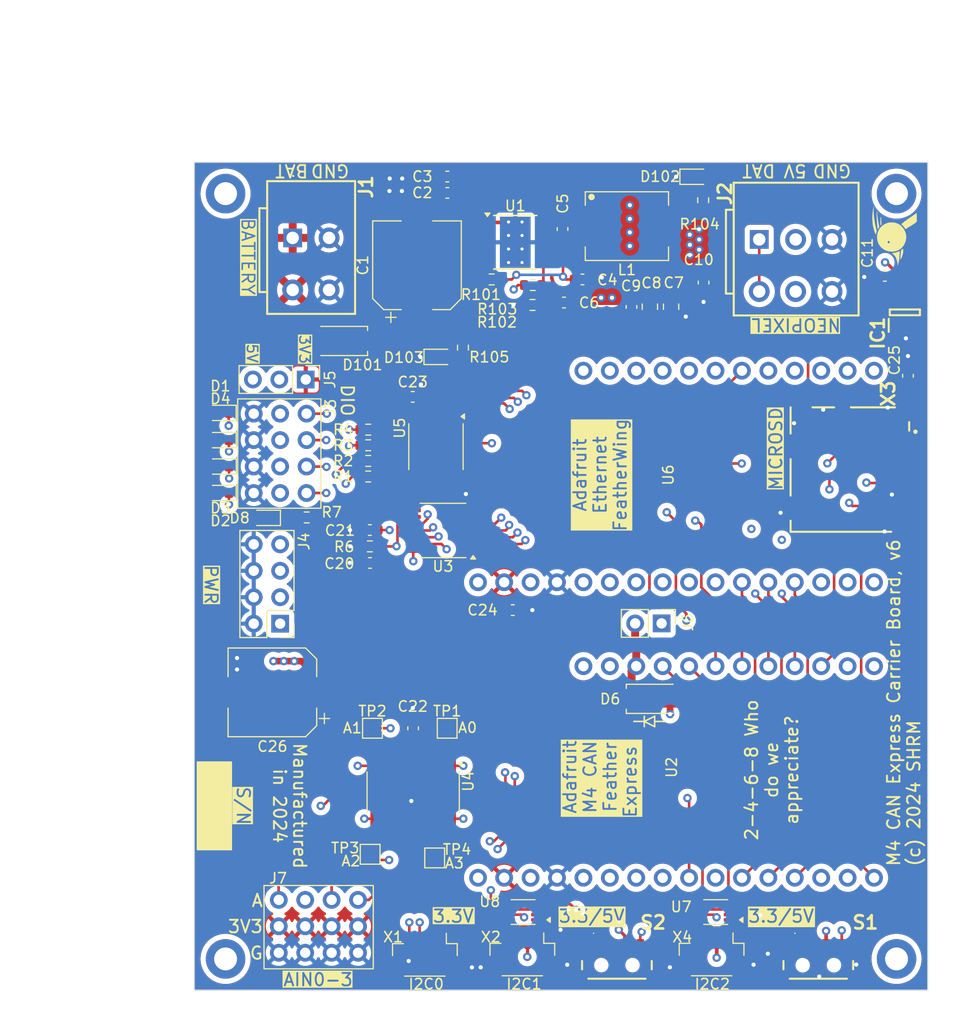
<source format=kicad_pcb>
(kicad_pcb (version 20240108) (generator "pcbnew") (generator_version "8.0")
  (title_block (title "M4 CAN Feather Carrier With Ethernet and MicroSD") (date "2024-07-30") (rev "6") (company "Team Appreciate Electrical Team") (comment 1 "All Rights Reserved") (comment 2 "(c) 2024 SHRM") (comment 3 "Drawn by SHRM"))
  (layers (0 "F.Cu" signal) (1 "In1.Cu" signal) (2 "In2.Cu" signal) (31 "B.Cu" signal) (34 "B.Paste" user) (35 "F.Paste" user) (36 "B.SilkS" user "B.Silkscreen") (37 "F.SilkS" user "F.Silkscreen") (38 "B.Mask" user) (39 "F.Mask" user) (44 "Edge.Cuts" user))
  (net 0 "")
  (net 1 "GND")
  (net 2 "+3.3V")
  (net 3 "VDD")
  (net 4 "+BATT")
  (net 9 "/NEOPIXEL")
  (net 10 "+5V")
  (net 11 "/DIO3_LS")
  (net 12 "/DIO2_LS")
  (net 13 "/DIO1_LS")
  (net 14 "/DIO0_LS")
  (net 15 "/DIO2_R")
  (net 16 "/DIO3_R")
  (net 17 "/DIO0_R")
  (net 18 "/DIO1_R")
  (net 19 "/LS_OE")
  (net 20 "Net-(D6-C)")
  (net 21 "/LS_OE_R")
  (net 22 "/A0")
  (net 23 "/A1")
  (net 24 "/A2")
  (net 25 "/A3")
  (net 26 "/SCK")
  (net 27 "/MOSI")
  (net 28 "/SCL_1")
  (net 29 "/SDA_1")
  (net 30 "/SDA")
  (net 31 "/SCL")
  (net 32 "/DIO0")
  (net 33 "/DIO1")
  (net 34 "/DIO2")
  (net 35 "/DIO3")
  (net 36 "/SDA_3")
  (net 37 "/SCL_3")
  (net 38 "Net-(D102-A)")
  (net 39 "Net-(D103-A)")
  (net 40 "Net-(J7-S1)")
  (net 41 "Net-(J7-S4)")
  (net 42 "Net-(J7-S3)")
  (net 43 "Net-(J7-S2)")
  (net 44 "/DIO3_B")
  (net 45 "/DIO0_B")
  (net 46 "/DIO1_B")
  (net 47 "/DIO2_B")
  (net 48 "/LS_OE_B")
  (net 50 "/MISO")
  (net 51 "/ETH_CS")
  (net 76 "/USD_CS")
  (net 79 "/PG_FILT")
  (net 80 "/BOOT")
  (net 81 "/SW")
  (net 82 "/FB")
  (net 85 "/PG")
  (net 87 "VCC")
  (net 89 "VDC")
  (net 90 "VD")
  (net 91 "/SCL_3_LS")
  (net 92 "/SDA_3_LS")
  (net 93 "/SCL_1_LS")
  (net 94 "/SDA_1_LS")
  (net 95 "Net-(IC1-1Y)")
  (footprint "Capacitor_SMD:C_0603_1608Metric" (layer "F.Cu") (at 13.87 32.31 180)
    (property "Reference" "C21")
    (property "Value" "0.1u" (hide yes))
  )
  (footprint "TestPoint:TestPoint_Pad_1.5x1.5mm" (layer "F.Cu") (at 20.1 63.8)
    (property "Reference" "TP4")
    (property "Value" "TestPoint" (hide yes))
  )
  (footprint "Package_SO:Texas_HSOP-8-1EP_3.9x4.9mm_P1.27mm_ThermalVias" (layer "F.Cu") (at 27.85 4.67)
    (property "Reference" "U1")
    (property "Value" "LMR33630BDDA" (hide yes))
  )
  (footprint "Resistor_SMD:R_0603_1608Metric" (layer "F.Cu") (at 7.8 31.1 180)
    (property "Reference" "R7")
    (property "Value" "220" (hide yes))
  )
  (footprint "Resistor_SMD:R_0603_1608Metric" (layer "F.Cu") (at 22.82 14.79 -90)
    (property "Reference" "R105")
    (property "Value" "1K5" (hide yes))
  )
  (footprint "LED_SMD:LED_0603_1608Metric" (layer "F.Cu") (at -0.4675 21.06 180)
    (property "Reference" "D1")
    (property "Value" "LED" (hide yes))
  )
  (footprint "Appreciate:1040310811" (layer "F.Cu") (at 65.71582 26.5 90)
    (property "Reference" "X3")
    (property "Value" "104031-0811" (hide yes))
  )
  (footprint "Capacitor_SMD:C_0805_2012Metric" (layer "F.Cu") (at 40.79 10.86 -90)
    (property "Reference" "C8")
    (property "Value" "22uF" (hide yes))
  )
  (footprint "LED_SMD:LED_0603_1608Metric" (layer "F.Cu") (at -0.4675 28.7523 180)
    (property "Reference" "D2")
    (property "Value" "LED" (hide yes))
  )
  (footprint "LED_SMD:LED_0603_1608Metric" (layer "F.Cu") (at -0.4675 23.6723 180)
    (property "Reference" "D4")
    (property "Value" "LED" (hide yes))
  )
  (footprint "MountingHole:MountingHole_2.2mm_M2_DIN965_Pad" (layer "F.Cu") (at 0 73.5)
    (property "Reference" "H2" (hide yes))
    (property "Value" "MountingHole_Pad" (hide yes))
  )
  (footprint "Appreciate:DO-214AC" (layer "F.Cu") (at 11.4 14.15 180)
    (property "Reference" "D101")
    (property "Value" "SS54" (hide yes))
  )
  (footprint "Package_SO:VSSOP-8_2.3x2mm_P0.5mm" (layer "F.Cu") (at 47.12 69 180)
    (property "Reference" "U7")
    (property "Value" "TXS0102DCU" (hide yes))
  )
  (footprint "MountingHole:MountingHole_2.2mm_M2_DIN965_Pad" (layer "F.Cu") (at 0 0)
    (property "Reference" "H1" (hide yes))
    (property "Value" "MountingHole_Pad" (hide yes))
  )
  (footprint "MountingHole:MountingHole_2.2mm_M2_DIN965_Pad" (layer "F.Cu") (at 64.5 0)
    (property "Reference" "H4" (hide yes))
    (property "Value" "MountingHole_Pad" (hide yes))
  )
  (footprint "Resistor_SMD:R_0603_1608Metric" (layer "F.Cu") (at 45.91 0.63 90)
    (property "Reference" "R104")
    (property "Value" "470" (hide yes))
  )
  (footprint "Capacitor_SMD:C_0603_1608Metric" (layer "F.Cu") (at 45.95 8.54 -90)
    (property "Reference" "C10")
    (property "Value" "10uF" (hide yes))
  )
  (footprint "LED_SMD:LED_0603_1608Metric" (layer "F.Cu") (at -0.455 26.21 180)
    (property "Reference" "D3")
    (property "Value" "LED" (hide yes))
  )
  (footprint "Capacitor_SMD:C_0603_1608Metric" (layer "F.Cu") (at 21.315 -1.64 180)
    (property "Reference" "C3")
    (property "Value" "220nF" (hide yes))
  )
  (footprint "Capacitor_SMD:C_0603_1608Metric" (layer "F.Cu") (at 18.03 51.35 90)
    (property "Reference" "C22")
    (property "Value" "0.1u" (hide yes))
  )
  (footprint "Resistor_SMD:R_0603_1608Metric" (layer "F.Cu") (at 13.712 24.1685 180)
    (property "Reference" "R3")
    (property "Value" "220" (hide yes))
  )
  (footprint "Package_SO:TSSOP-14_4.4x5mm_P0.65mm" (layer "F.Cu") (at 20.9 32.35 180)
    (property "Reference" "U3")
    (property "Value" "TXS0104EPW" (hide yes))
  )
  (footprint "Appreciate:LOGO" (layer "F.Cu") (at 64.2 4 90)
    (property "Reference" "REF**" (hide yes))
    (property "Value" "LOGO" (hide yes))
  )
  (footprint "Capacitor_SMD:C_0603_1608Metric" (layer "F.Cu") (at 27.61 40)
    (property "Reference" "C24")
    (property "Value" "10u" (hide yes))
  )
  (footprint "Capacitor_SMD:C_0603_1608Metric" (layer "F.Cu") (at 13.8775 35.47 180)
    (property "Reference" "C20")
    (property "Value" "0.1u" (hide yes))
  )
  (footprint "Appreciate:FXL0630" (layer "F.Cu") (at 38.58 3.12)
    (property "Reference" "L1")
    (property "Value" "FXL0630-3R3-M")
  )
  (footprint "Package_SO:SOIC-14_3.9x8.7mm_P1.27mm" (layer "F.Cu") (at 18.034 57.4944 -90)
    (property "Reference" "U4")
    (property "Value" "LMV324AIDR" (hide yes))
  )
  (footprint "Appreciate:conn_04x03" (layer "F.Cu") (at 0.167 26.2123 -90)
    (property "Reference" "J3")
    (property "Value" "conn_04_03" (hide yes))
  )
  (footprint "Capacitor_SMD:C_0603_1608Metric" (layer "F.Cu") (at 63.375 7.9 180)
    (property "Reference" "C11")
    (property "Value" "0.1u" (hide yes))
  )
  (footprint "Connector_PinHeader_2.54mm:PinHeader_1x03_P2.54mm_Vertical" (layer "F.Cu") (at 7.7085 17.8503 -90)
    (property "Reference" "J5")
    (property "Value" "Conn_01x03" (hide yes))
  )
  (footprint "Capacitor_SMD:C_0603_1608Metric" (layer "F.Cu") (at 21.315 -0.07 180)
    (property "Reference" "C2")
    (property "Value" "10uF" (hide yes))
  )
  (footprint "Capacitor_SMD:C_0603_1608Metric" (layer "F.Cu") (at 17.99 19.52)
    (property "Reference" "C23")
    (property "Value" "0.1u" (hide yes))
  )
  (footprint "Capacitor_SMD:C_0805_2012Metric" (layer "F.Cu") (at 42.83 10.86 -90)
    (property "Reference" "C7")
    (property "Value" "22uF" (hide yes))
  )
  (footprint "Appreciate:conn_04x03" (layer "F.Cu") (at 10.195714 75.45)
    (property "Reference" "J7")
    (property "Value" "conn_04_03" (hide yes))
  )
  (footprint "Resistor_SMD:R_0603_1608Metric" (layer "F.Cu") (at 25.58 8.24)
    (property "Reference" "R101")
    (property "Value" "100k" (hide yes))
  )
  (footprint "LED_SMD:LED_0603_1608Metric" (layer "F.Cu") (at 45.16 -1.62)
    (property "Reference" "D102")
    (property "Value" "LED" (hide yes))
  )
  (footprint "Package_SO:VSSOP-8_2.3x2mm_P0.5mm" (layer "F.Cu") (at 28.6 69 180)
    (property "Reference" "U8")
    (property "Value" "TXS0102DCU" (hide yes))
  )
  (footprint "Capacitor_SMD:C_0603_1608Metric" (layer "F.Cu") (at 32.53 10.46)
    (property "Reference" "C6")
    (property "Value" "6.8pF" (hide yes))
  )
  (footprint "Appreciate:SSSS811101" (layer "F.Cu") (at 37.62 74.1)
    (property "Reference" "S2")
    (property "Value" "SSSS811101" (hide yes))
  )
  (footprint "Resistor_SMD:R_0603_1608Metric" (layer "F.Cu") (at 29.53 8.78)
    (property "Reference" "R103")
    (property "Value" "100k" (hide yes))
  )
  (footprint "Appreciate:SOT95P275X110-6N" (layer "F.Cu") (at 65.3 11.4 90)
    (property "Reference" "IC1")
    (property "Value" "74LVC2G17GV,125" (hide yes))
  )
  (footprint "Appreciate:SSSS811101" (layer "F.Cu") (at 56.98 74.1)
    (property "Reference" "S1")
    (property "Value" "SSSS811101" (hide yes))
  )
  (footprint "Package_SO:TSSOP-14_4.4x5mm_P0.65mm" (layer "F.Cu") (at 20.225 24.3 -90)
    (property "Reference" "U5")
    (property "Value" "74HC14" (hide yes))
  )
  (footprint "Connector_PinHeader_2.54mm:PinHeader_1x02_P2.54mm_Vertical" (layer "F.Cu") (at 41.915 41.275 -90)
    (property "Reference" "J6")
    (property "Value" "Conn_01x02" (hide yes))
  )
  (footprint "Capacitor_SMD:C_0603_1608Metric" (layer "F.Cu") (at 32.39 3.4 90)
    (property "Reference" "C5")
    (property "Value" "100nF" (hide yes))
  )
  (footprint "Appreciate:DO-214AC" (layer "F.Cu") (at 40.77 48.52)
    (property "Reference" "D6")
    (property "Value" "SS54" (hide yes))
  )
  (footprint "TestPoint:TestPoint_Pad_1.5x1.5mm" (layer "F.Cu") (at 13.9 63.45)
    (property "Reference" "TP3")
    (property "Value" "TestPoint" (hide yes))
  )
  (footprint "Resistor_SMD:R_0603_1608Metric" (layer "F.Cu") (at 13.712 25.67 180)
    (property "Reference" "R2")
    (property "Value" "220" (hide yes))
  )
  (footprint "MountingHole:MountingHole_2.2mm_M2_DIN965_Pad" (layer "F.Cu") (at 64.5 73.5)
    (property "Reference" "H3" (hide yes))
    (property "Value" "MountingHole_Pad" (hide yes))
  )
  (footprint "Connector_JST:JST_SH_BM04B-SRSS-TB_1x04-1MP_P1.00mm_Vertical" (layer "F.Cu") (at 46.72 73.11 180)
    (property "Reference" "X4")
    (property "Value" "STEMMA_I2C_QT" (hide yes))
  )
  (footprint "Connector_JST:JST_SH_BM04B-SRSS-TB_1x04-1MP_P1.00mm_Vertical" (layer "F.Cu") (at 19.16 73.1438 180)
    (property "Reference" "X1")
    (property "Value" "STEMMA_I2C_QT" (hide yes))
  )
  (footprint "Connector_JST:JST_SH_BM04B-SRSS-TB_1x04-1MP_P1.00mm_Vertical" (layer "F.Cu") (at 28.5292 73.11 180)
    (property "Reference" "X2")
    (property "Value" "STEMMA_I2C_QT" (hide yes))
  )
  (footprint "Resistor_SMD:R_0603_1608Metric" (layer "F.Cu") (at 13.712 27.1685 180)
    (property "Reference" "R1")
    (property "Value" "220" (hide yes))
  )
  (footprint "LED_SMD:LED_0603_1608Metric" (layer "F.Cu") (at 3.79 31.14 180)
    (property "Reference" "D8")
    (property "Value" "LED" (hide yes))
  )
  (footprint "Connector_PinHeader_2.54mm:PinHeader_2x04_P2.54mm_Vertical" (layer "F.Cu") (at 5.247 41.3 180)
    (property "Reference" "J4")
    (property "Value" "Conn_02x04_Odd_Even" (hide yes))
  )
  (footprint "Appreciate:Feather_M4_CAN_Express" (layer "F.Cu") (at 68.69 66.975 90)
    (property "Reference" "U2")
    (property "Value" "Feather_M4_CAN_Express" (hide yes))
  )
  (footprint "Resistor_SMD:R_0603_1608Metric" (layer "F.Cu") (at 13.87 33.88 180)
    (property "Reference" "R6")
    (property "Value" "4K7" (hide yes))
  )
  (footprint "Resistor_SMD:R_0603_1608Metric" (layer "F.Cu") (at 29.51 10.69 180)
    (property "Reference" "R102")
    (property "Value" "24.9k" (hide yes))
  )
  (footprint "Appreciate:Feather_M4_CAN_Express" (layer "F.Cu") (at 68.69 38.595 90)
    (property "Reference" "U6")
    (property "Value" "Feather_M4_CAN_Express" (hide yes))
  )
  (footprint "TestPoint:TestPoint_Pad_1.5x1.5mm" (layer "F.Cu") (at 21.3 51.3476)
    (property "Reference" "TP1")
    (property "Value" "TestPoint" (hide yes))
  )
  (footprint "LED_SMD:LED_0603_1608Metric" (layer "F.Cu") (at 20.56 15.68)
    (property "Reference" "D103")
    (property "Value" "LED" (hide yes))
  )
  (footprint "TestPoint:TestPoint_Pad_1.5x1.5mm" (layer "F.Cu") (at 14.1224 51.3476)
    (property "Reference" "TP2")
    (property "Value" "TestPoint" (hide yes))
  )
  (footprint "Appreciate:26013102" (layer "F.Cu") (at 6.45 9.25)
    (property "Reference" "J1")
    (property "Value" "2601-3102" (hide yes))
  )
  (footprint "Capacitor_SMD:C_0603_1608Metric" (layer "F.Cu") (at 39.02 10.88 -90)
    (property "Reference" "C9")
    (property "Value" "100nF" (hide yes))
  )
  (footprint "Resistor_SMD:R_0603_1608Metric" (layer "F.Cu") (at 13.712 22.67 180)
    (property "Reference" "R4")
    (property "Value" "220" (hide yes))
  )
  (footprint "Capacitor_SMD:CP_Elec_8x10" (layer "F.Cu") (at 18.4 6.88 90)
    (property "Reference" "C1")
    (property "Value" "470u")
  )
  (footprint "Capacitor_SMD:CP_Elec_8x10" (layer "F.Cu") (at 4.5 47.9 180)
    (property "Reference" "C26")
    (property "Value" "470u")
  )
  (footprint "Appreciate:26013103" (layer "F.Cu") (at 51.3 4.4)
    (property "Reference" "J2")
    (property "Value" "2601-3103" (hide yes))
  )
  (footprint "Capacitor_SMD:C_0603_1608Metric" (layer "F.Cu") (at 65.6 17.5 90)
    (property "Reference" "C25")
    (property "Value" "10u" (hide yes))
  )
  (footprint "Capacitor_SMD:C_0603_1608Metric" (layer "F.Cu") (at 34.31 8.24)
    (property "Reference" "C4")
    (property "Value" "1uF" (hide yes))
  )
  (gr_line (start 41.25 50.69) (end 42.25 50.69) (stroke (width 0.15)) (layer "F.SilkS"))
  (gr_line (start 41.25 51.19) (end 41.25 50.19) (stroke (width 0.15)) (layer "F.SilkS"))
  (gr_line (start 40.25 50.69) (end 41.25 50.19) (stroke (width 0.15)) (layer "F.SilkS"))
  (gr_line (start 40.25 50.69) (end 39.25 50.69) (stroke (width 0.15)) (layer "F.SilkS"))
  (gr_line (start 41.25 51.19) (end 40.25 50.69) (stroke (width 0.15)) (layer "F.SilkS"))
  (gr_rect (start -2.7 54.6) (end 0.55 63) (stroke (width 0.15)) (fill solid) (layer "F.SilkS"))
  (gr_line (start 40.25 51.19) (end 40.25 50.19) (stroke (width 0.15)) (layer "F.SilkS"))
  (gr_rect (start -3 -3) (end 67.5 76.5) (stroke (width 0.1)) (fill none) (layer "Edge.Cuts"))
  (gr_text "3.3V" (at 21.9 69.4 0) (layer "F.SilkS" knockout) (effects (font (size 1.2 1.2) (thickness 0.18))))
  (gr_text "GND" (at 58.3 -2.2 180) (layer "F.SilkS") (effects (font (size 1.2 1.2) (thickness 0.18))))
  (gr_text "3V3" (at 7.6 14.96 270) (layer "F.SilkS" knockout) (effects (font (size 1 1) (thickness 0.16))))
  (gr_text "I2C2" (at 45 76.5 0) (layer "F.SilkS") (effects (font (size 1 1)) (justify left bottom)))
  (gr_text "BAT" (at 6.35 -2.2 180) (layer "F.SilkS") (effects (font (size 1.2 1.2) (thickness 0.18))))
  (gr_text "A" (at 3.045714 67.895 0) (layer "F.SilkS") (effects (font (size 1.2 1.2) (thickness 0.18))))
  (gr_text "2-4-6-8 Who\ndo we\nappreciate?" (at 52.5 55.35 90) (layer "F.SilkS") (effects (font (size 1.2 1.2) (thickness 0.18))))
  (gr_text "I2C1" (at 26.9 76.5 0) (layer "F.SilkS") (effects (font (size 1 1)) (justify left bottom)))
  (gr_text "S/N" (at 1.7 58.8 -90) (layer "F.SilkS" knockout) (effects (font (size 1.2 1.2) (thickness 0.18))))
  (gr_text "I2C0\n" (at 17.5 76.5 0) (layer "F.SilkS") (effects (font (size 1 1)) (justify left bottom)))
  (gr_text "MICROSD" (at 52.9 24.5 90) (layer "F.SilkS" knockout) (effects (font (size 1.2 1.2) (thickness 0.18))))
  (gr_text "G" (at 2.96 72.945 0) (layer "F.SilkS") (effects (font (size 1.2 1.2) (thickness 0.18))))
  (gr_text "3.3/5V" (at 35.2 69.4 0) (layer "F.SilkS" knockout) (effects (font (size 1.2 1.2) (thickness 0.18))))
  (gr_text "Adafruit\nM4 CAN\nFeather\nExpress " (at 36 56.030001 90) (layer "F.SilkS" knockout) (effects (font (size 1.2 1.2) (thickness 0.18))))
  (gr_text "AIN0-3" (at 8.895714 75.5 0) (layer "F.SilkS" knockout) (effects (font (size 1.2 1.2) (thickness 0.18))))
  (gr_text "3.3/5V" (at 53.41 69.4 0) (layer "F.SilkS" knockout) (effects (font (size 1.2 1.2) (thickness 0.18))))
  (gr_text "A3" (at 22 64.3 0) (layer "F.SilkS") (effects (font (size 1 1))))
  (gr_text "GND" (at 10.05 -2.2 180) (layer "F.SilkS") (effects (font (size 1.2 1.2) (thickness 0.18))))
  (gr_text "M4 CAN Express Carrier Board, v6\n(c) 2024 SHRM" (at 65.2 64.7 90) (layer "F.SilkS") (effects (font (size 1.2 1.2) (thickness 0.18)) (justify left)))
  (gr_text "Manufactured\nin 2024" (at 6.16 58.8 270) (layer "F.SilkS") (effects (font (size 1.2 1.2) (thickness 0.18))))
  (gr_text "A2" (at 12.05 64.1 0) (layer "F.SilkS") (effects (font (size 1 1))))
  (gr_text "A1" (at 12.192 51.3222 0) (layer "F.SilkS") (effects (font (size 1 1))))
  (gr_text "DIO" (at 11.7 19.85 270) (layer "F.SilkS") (effects (font (size 1.2 1.2) (thickness 0.18))))
  (gr_text "DAT" (at 51.25 -2.2 180) (layer "F.SilkS") (effects (font (size 1.2 1.2) (thickness 0.18))))
  (gr_text "5V" (at 2.55 15.33 270) (layer "F.SilkS" knockout) (effects (font (size 1 1) (thickness 0.16))))
  (gr_text "A0" (at 23.26 51.29 0) (layer "F.SilkS") (effects (font (size 1 1))))
  (gr_text "3V3" (at 1.902857 70.395 0) (layer "F.SilkS") (effects (font (size 1.2 1.2) (thickness 0.18))))
  (gr_text "5V" (at 54.75 -2.2 180) (layer "F.SilkS") (effects (font (size 1.2 1.2) (thickness 0.18))))
  (gr_text "BATTERY" (at 2.15 6.04 270) (layer "F.SilkS" knockout) (effects (font (size 1.2 1.2) (thickness 0.155))))
  (gr_text "NEOPIXEL" (at 54.85 12.6 180) (layer "F.SilkS" knockout) (effects (font (size 1.2 1.2) (thickness 0.18))))
  (gr_text "PWR" (at -1.4 37.55 270) (layer "F.SilkS" knockout) (effects (font (size 1.2 1.2) (thickness 0.18))))
  (gr_text "Adafruit\nEthernet\nFeatherWing" (at 36 27.02 90) (layer "F.SilkS" knockout) (effects (font (size 1.2 1.2) (thickness 0.18))))
  (segment (start 49.52 74.31) (end 50.755 74.31) (width 0.25) (layer "F.Cu") (net 1))
  (segment (start 48.22 71.785) (end 48.22 72.8346) (width 0.25) (layer "F.Cu") (net 1))
  (segment (start 42.7004 74.3) (end 41.27 74.3) (width 0.25) (layer "F.Cu") (net 1))
  (segment (start 41.27 73) (end 41.27 74.3) (width 0.25) (layer "F.Cu") (net 1))
  (segment (start 32.8438 74.0564) (end 33.9264 74.0564) (width 0.25) (layer "F.Cu") (net 1))
  (segment (start 17.2562 74.3438) (end 16.36 74.3438) (width 0.25) (layer "F.Cu") (net 1))
  (segment (start 64.95 20.55) (end 65.335 20.935) (width 0.25) (layer "F.Cu") (net 1))
  (segment (start 17.6 73.7) (end 17.6 74) (width 0.25) (layer "F.Cu") (net 1))
  (segment (start 21.525 28.175) (end 22.25 28.9) (width 0.25) (layer "F.Cu") (net 1))
  (segment (start 65.6 15.6) (end 65.6 16.725) (width 0.3) (layer "F.Cu") (net 1))
  (segment (start 53.33 73) (end 53.33 75.2) (width 0.25) (layer "F.Cu") (net 1))
  (segment (start 23.05 28.9) (end 23.1 28.85) (width 0.25) (layer "F.Cu") (net 1))
  (segment (start 64.9 32.45) (end 63.35 32.45) (width 0.25) (layer "F.Cu") (net 1))
  (segment (start 1.1 45.7) (end 1.1 44.5) (width 0.635) (layer "F.Cu") (net 1))
  (segment (start 54.65 22.05) (end 54.64082 22.05918) (width 0.25) (layer "F.Cu") (net 1))
  (segment (start 19.7725 15.68) (end 18.72 15.68) (width 0.25) (layer "F.Cu") (net 1))
  (segment (start 51.345 69.25) (end 51.4 69.305) (width 0.25) (layer "F.Cu") (net 1))
  (segment (start 18.034 58.5104) (end 17.8562 58.3326) (width 0.25) (layer "F.Cu") (net 1))
  (segment (start 33.9264 74.0564) (end 33.97 74.1) (width 0.25) (layer "F.Cu") (net 1))
  (segment (start 11.9575 35.47) (end 13.1025 35.47) (width 0.25) (layer "F.Cu") (net 1))
  (segment (start 57.45 20.75) (end 57.44 20.76) (width 0.25) (layer "F.Cu") (net 1))
  (segment (start 20.66 71.8188) (end 20.66 72.87) (width 0.25) (layer "F.Cu") (net 1))
  (segment (start 65.095 32.255) (end 64.9 32.45) (width 0.25) (layer "F.Cu") (net 1))
  (segment (start 54.64082 22.04082) (end 54.65 22.05) (width 0.25) (layer "F.Cu") (net 1))
  (segment (start 27.155 2.765) (end 27.2 2.72) (width 0.35) (layer "F.Cu") (net 1))
  (segment (start 33.97 73) (end 33.97 74.1) (width 0.25) (layer "F.Cu") (net 1))
  (segment (start 42.7068 74.3064) (end 42.7004 74.3) (width 0.25) (layer "F.Cu") (net 1))
  (segment (start 55.24 20.76) (end 54.65 21.35) (width 0.25) (layer "F.Cu") (net 1))
  (segment (start 18.78 19.505) (end 18.275 20.01) (width 0.25) (layer "F.Cu") (net 1))
  (segment (start 63.65 20.55) (end 64.95 20.55) (width 0.25) (layer "F.Cu") (net 1))
  (segment (start 45.95 9.315) (end 45.95 10.4) (width 0.25) (layer "F.Cu") (net 1))
  (segment (start 35.085 8.24) (end 35.98 8.24) (width 0.25) (layer "F.Cu") (net 1))
  (segment (start 54.65 21.35) (end 54.65 21.6) (width 0.25) (layer "F.Cu") (net 1))
  (segment (start 30 69.25) (end 30.75 69.25) (width 0.25) (layer "F.Cu") (net 1))
  (segment (start 53.33 75.2) (end 57.06 75.2) (width 0.25) (layer "F.Cu") (net 1))
  (segment (start 57.44 20.76) (end 55.61582 20.76) (width 0.25) (layer "F.Cu") (net 1))
  (segment (start 21.96 74.3438) (end 23.6506 74.3438) (width 0.25) (layer "F.Cu") (net 1))
  (segment (start 40.79 11.81) (end 39.175 11.81) (width 0.25) (layer "F.Cu") (net 1))
  (segment (start 12 33.88) (end 13.045 33.88) (width 0.25) (layer "F.Cu") (net 1))
  (segment (start 65.34082 20.935) (end 65.335 20.935) (width 0.25) (layer "F.Cu") (net 1))
  (segment (start 1.1 47.9) (end 1.1 45.7) (width 0.635) (layer "F.Cu") (net 1))
  (segment (start 57.08 75.2) (end 60.63 75.2) (width 0.25) (layer "F.Cu") (net 1))
  (segment (start 54.64082 30.23) (end 53.77 30.23) (width 0.25) (layer "F.Cu") (net 1))
  (segment (start 42.83 11.81) (end 40.79 11.81) (width 0.25) (layer "F.Cu") (net 1))
  (segment (start 65.11582 32.255) (end 65.095 32.255) (width 0.25) (layer "F.Cu") (net 1))
  (segment (start 53.77 30.23) (end 53.35 30.65) (width 0.25) (layer "F.Cu") (net 1))
  (segment (start 64.055 28.895) (end 64.05 28.9) (width 0.25) (layer "F.Cu") (net 1))
  (segment (start 35.98 8.24) (end 36.17 8.05) (width 0.25) (layer "F.Cu") (net 1))
  (segment (start 65.3 13.8) (end 65.3 12.65) (width 0.3) (layer "F.Cu") (net 1))
  (segment (start 28.685 10.69) (end 27.67 10.69) (width 0.25) (layer "F.Cu") (net 1))
  (segment (start 31.3292 74.31) (end 32.8402 74.31) (width 0.25) (layer "F.Cu") (net 1))
  (segment (start 65.3 12.65) (end 66.25 12.65) (width 0.2) (layer "F.Cu") (net 1))
  (segment (start 25.7292 74.31) (end 24.4908 74.31) (width 0.25) (layer "F.Cu") (net 1))
  (segment (start 18 50.545) (end 18.03 50.575) (width 0.25) (layer "F.Cu") (net 1))
  (segment (start 43.92 74.31) (end 42.7104 74.31) (width 0.25) (layer "F.Cu") (net 1))
  (segment (start 11.99 33.87) (end 12 33.88) (width 0.25) (layer "F.Cu") (net 1))
  (segment (start 13.0938 32.3088) (end 13.095 32.31) (width 0.25) (layer "F.Cu") (net 1))
  (segment (start 20.66 72.87) (end 21.96 74.17) (width 0.25) (layer "F.Cu") (net 1))
  (segment (start 53.33 73) (end 52.13 73) (width 0.25) (layer "F.Cu") (net 1))
  (segment (start 48.52 69.25) (end 51.345 69.25) (width 0.25) (layer "F.Cu") (net 1))
  (segment (start 41.27 74.3) (end 41.27 75.2) (width 0.25) (layer "F.Cu") (net 1))
  (segment (start 21.96 74.17) (end 21.96 74.3438) (width 0.25) (layer "F.Cu") (net 1))
  (segment (start 17.6 74) (end 17.2562 74.3438) (width 0.25) (layer "F.Cu") (net 1))
  (segment (start 61.5 7.9) (end 62.6 7.9) (width 0.3) (layer "F.Cu") (net 1))
  (segment (start 21.525 27.1625) (end 21.525 28.175) (width 0.25) (layer "F.Cu") (net 1))
  (segment (start 57.46 20.76) (end 57.45 20.75) (width 0.25) (layer "F.Cu") (net 1))
  (segment (start 54.65 21.6) (end 54.64082 21.60918) (width 0.25) (layer "F.Cu") (net 1))
  (segment (start 18.275 20.01) (end 18.275 21.4375) (width 0.25) (layer "F.Cu") (net 1))
  (segment (start 65.335 20.935) (end 65 20.6) (width 0.25) (layer "F.Cu") (net 1))
  (segment (start 30.0292 72.8492) (end 31.3292 74.1492) (width 0.25) (layer "F.Cu") (net 1))
  (segment (start 30.0292 71.785) (end 30.0292 72.8492) (width 0.25) (layer "F.Cu") (net 1))
  (segment (start 33.97 74.1) (end 33.97 75.2) (width 0.25) (layer "F.Cu") (net 1))
  (segment (start 54.64082 21.60918) (end 54.64082 22.04082) (width 0.25) (layer "F.Cu") (net 1))
  (segment (start 11.96 32.3088) (end 13.0938 32.3088) (width 0.25) (layer "F.Cu") (net 1))
  (segment (start 39.175 11.81) (end 39.02 11.655) (width 0.25) (layer "F.Cu") (net 1))
  (segment (start 18.034 59.9694) (end 18.034 58.5104) (width 0.25) (layer "F.Cu") (net 1))
  (segment (start 59.31582 20.76) (end 57.46 20.76) (width 0.25) (layer "F.Cu") (net 1))
  (segment (start 55.61582 20.76) (end 55.24 20.76) (width 0.25) (layer "F.Cu") (net 1))
  (segment (start 60.63 73) (end 60.63 74.04) (width 0.25) (layer "F.Cu") (net 1))
  (segment (start 65.46582 28.895) (end 64.055 28.895) (width 0.25) (layer "F.Cu") (net 1))
  (segment (start 48.22 72.8346) (end 49.52 74.1346) (width 0.25) (layer "F.Cu") (net 1))
  (segment (start 18 49.4) (end 18 50.545) (width 0.25) (layer "F.Cu") (net 1))
  (segment (start 65.4 13.9) (end 65.6 14.1) (width 0.3) (layer "F.Cu") (net 1))
  (segment (start 57.07 74.94) (end 57.08 74.95) (width 0.25) (layer "F.Cu") (net 1))
  (segment (start 60.63 74.04) (end 60.63 75.2) (width 0.25) (layer "F.Cu") (net 1))
  (segment (start 54.64082 22.05918) (end 54.64082 24.26) (width 0.25) (layer "F.Cu") (net 1))
  (segment (start 23.7625 29.5125) (end 23.7625 30.4) (width 0.25) (layer "F.Cu") (net 1))
  (segment (start 65.6 14.1) (end 65.6 15.6) (width 0.3) (layer "F.Cu") (net 1))
  (segment (start 22.25 28.9) (end 23.05 28.9) (width 0.25) (layer "F.Cu") (net 1))
  (segment (start 28.385 40) (end 29.49 40) (width 0.25) (layer "F.Cu") (net 1))
  (segment (start 61.4 8) (end 61.5 7.9) (width 0.3) (layer "F.Cu") (net 1))
  (segment (start 44.24 11.81) (end 42.83 11.81) (width 0.25) (layer "F.Cu") (net 1))
  (segment (start 44.3725 -1.62) (end 43.31 -1.62) (width 0.25) (layer "F.Cu") (net 1))
  (segment (start 65.4 13.9) (end 65.3 13.8) (width 0.3) (layer "F.Cu") (net 1))
  (segment (start 57.06 74.95) (end 57.07 74.94) (width 0.25) (layer "F.Cu") (net 1))
  (segment (start 30.75 69.25) (end 32.2 70.7) (width 0.25) (layer "F.Cu") (net 1))
  (segment (start 18.78 18.33) (end 18.78 19.505) (width 0.25) (layer "F.Cu") (net 1))
  (segment (start 23.1 28.85) (end 23.7625 29.5125) (width 0.25) (layer "F.Cu") (net 1))
  (segment (start 25.15 2.765) (end 27.155 2.765) (width 0.35) (layer "F.Cu") (net 1))
  (via (at 63.35 32.45) (size 0.8) (drill 0.4) (layers "F.Cu" "B.Cu") (net 1))
  (via (at 65.4 13.9) (size 0.8) (drill 0.4) (layers "F.Cu" "B.Cu") (net 1))
  (via (at 63.65 20.55) (size 0.8) (drill 0.4) (layers "F.Cu" "B.Cu") (net 1))
  (via (at 54.65 22.05) (size 0.8) (drill 0.4) (layers "F.Cu" "B.Cu") (net 1))
  (via (at 18.72 15.68) (size 0.8) (drill 0.4) (layers "F.Cu" "B.Cu") (net 1))
  (via (at 17.8562 58.3326) (size 0.8) (drill 0.4) (layers "F.Cu" "B.Cu") (net 1))
  (via (at 52.13 73) (size 0.8) (drill 0.4) (layers "F.Cu" "B.Cu") (net 1))
  (via (at 65.6 15.6) (size 0.8) (drill 0.4) (layers "F.Cu" "B.Cu") (net 1))
  (via (at 61.4 8) (size 0.8) (drill 0.4) (layers "F.Cu" "B.Cu") (net 1))
  (via (at 11.96 32.3088) (size 0.8) (drill 0.4) (layers "F.Cu" "B.Cu") (net 1))
  (via (at 18 49.4) (size 0.8) (drill 0.4) (layers "F.Cu" "B.Cu") (net 1))
  (via (at 51.4 69.305) (size 0.8) (drill 0.4) (layers "F.Cu" "B.Cu") (net 1))
  (via (at 1.1 45.7) (size 0.8) (drill 0.4) (layers "F.Cu" "B.Cu") (net 1))
  (via (at 15.75 -0.25) (size 0.8) (drill 0.4) (layers "F.Cu" "B.Cu") (net 1))
  (via (at 23.1 28.85) (size 0.8) (drill 0.4) (layers "F.Cu" "B.Cu") (net 1))
  (via (at 27.67 10.69) (size 0.8) (drill 0.4) (layers "F.Cu" "B.Cu") (net 1))
  (via (at 17.6 73.7) (size 0.8) (drill 0.4) (layers "F.Cu" "B.Cu") (net 1))
  (via (at 32.8438 74.0564) (size 0.8) (drill 0.4) (layers "F.Cu" "B.Cu") (net 1))
  (via (at 32.2 70.7) (size 0.8) (drill 0.4) (layers "F.Cu" "B.Cu") (net 1))
  (via (at 43.31 -1.62) (size 0.8) (drill 0.4) (layers "F.Cu" "B.Cu") (net 1))
  (via (at 57.45 20.75) (size 0.8) (drill 0.4) (layers "F.Cu" "B.Cu") (net 1))
  (via (at 18.78 18.33) (size 0.8) (drill 0.4) (layers "F.Cu" "B.Cu") (net 1))
  (via (at 64.05 28.9) (size 0.8) (drill 0.4) (layers "F.Cu" "B.Cu") (net 1))
  (via (at 29.49 40) (size 0.8) (drill 0.4) (layers "F.Cu" "B.Cu") (net 1))
  (via (at 44.24 11.81) (size 0.8) (drill 0.4) (layers "F.Cu" "B.Cu") (net 1))
  (via (at 15.78 -1.45) (size 0.8) (drill 0.4) (layers "F.Cu" "B.Cu") (net 1))
  (via (at 57.07 75.19) (size 0.8) (drill 0.4) (layers "F.Cu" "B.Cu") (net 1))
  (via (at 60.63 74.04) (size 0.8) (drill 0.4) (layers "F.Cu" "B.Cu") (net 1))
  (via (at 24.5238 74.3064) (size 0.8) (drill 0.4) (layers "F.Cu" "B.Cu") (net 1))
  (via (at 16.98 -1.45) (size 0.8) (drill 0.4) (layers "F.Cu" "B.Cu") (net 1))
  (via (at 53.35 30.65) (size 0.8) (drill 0.4) (layers "F.Cu" "B.Cu") (net 1))
  (via (at 1.1 44.6) (size 0.8) (drill 0.4) (layers "F.Cu" "B.Cu") (net 1))
  (via (at 11.99 33.87) (size 0.8) (drill 0.4) (layers "F.Cu" "B.Cu") (net 1))
  (via (at 16.95 -0.25) (size 0.8) (drill 0.4) (layers "F.Cu" "B.Cu") (net 1))
  (via (at 11.9375 35.45) (size 0.8) (drill 0.4) (layers "F.Cu" "B.Cu") (net 1))
  (via (at 50.7586 74.0564) (size 0.8) (drill 0.4) (layers "F.Cu" "B.Cu") (net 1))
  (via (at 36.17 8.05) (size 0.8) (drill 0.4) (layers "F.Cu" "B.Cu") (net 1))
  (via (at 42.7068 74.3064) (size 0.8) (drill 0.4) (layers "F.Cu" "B.Cu") (net 1))
  (via (at 45.95 10.4) (size 0.8) (drill 0.4) (layers "F.Cu" "B.Cu") (net 1))
  (via (at 23.6796 74.3148) (size 0.8) (drill 0.4) (layers "F.Cu" "B.Cu") (net 1))
  (segment (start 30 68.75) (end 31.75 68.75) (width 0.25) (layer "F.Cu") (net 2))
  (segment (start 43.85 68.75) (end 48.52 68.75) (width 0.25) (layer "F.Cu") (net 2))
  (segment (start 45.72 68.75) (end 43.85 68.75) (width 0.25) (layer "F.Cu") (net 2))
  (segment (start 43.85 68.75) (end 43.8 68.8) (width 0.25) (layer "F.Cu") (net 2))
  (segment (start 31.75 68.75) (end 32.4 69.4) (width 0.25) (layer "F.Cu") (net 2))
  (segment (start 27.2 68.75) (end 30 68.75) (width 0.25) (layer "F.Cu") (net 2))
  (segment (start 50.15 68.75) (end 50.9 68) (width 0.25) (layer "F.Cu") (net 2))
  (segment (start 48.52 68.75) (end 50.15 68.75) (width 0.25) (layer "F.Cu") (net 2))
  (segment (start 25.55 68.75) (end 25.1 69.2) (width 0.25) (layer "F.Cu") (net 2))
  (segment (start 27.2 68.75) (end 25.55 68.75) (width 0.25) (layer "F.Cu") (net 2))
  (segment (start 64.35 13.85) (end 64.35 12.65) (width 0.25) (layer "F.Cu") (net 9))
  (segment (start 56 15.9) (end 57.7 14.2) (width 0.25) (layer "F.Cu") (net 9))
  (segment (start 53.467 25.817) (end 53.467 21.15882) (width 0.25) (layer "F.Cu") (net 9))
  (segment (start 61.1 33.45) (end 53.467 25.817) (width 0.25) (layer "F.Cu") (net 9))
  (segment (start 53.467 21.15882) (end 56 18.62582) (width 0.25) (layer "F.Cu") (net 9))
  (segment (start 56 18.62582) (end 56 15.9) (width 0.25) (layer "F.Cu") (net 9))
  (segment (start 62.34 65.705) (end 61.1 64.465) (width 0.25) (layer "F.Cu") (net 9))
  (segment (start 64 14.2) (end 64.35 13.85) (width 0.25) (layer "F.Cu") (net 9))
  (segment (start 61.1 64.465) (end 61.1 33.45) (width 0.25) (layer "F.Cu") (net 9))
  (segment (start 57.7 14.2) (end 64 14.2) (width 0.25) (layer "F.Cu") (net 9))
  (segment (start 28.12 8.78) (end 28.705 8.78) (width 0.25) (layer "F.Cu") (net 10))
  (segment (start 27.7 9.2) (end 28.12 8.78) (width 0.25) (layer "F.Cu") (net 10))
  (segment (start 64.15 7.9) (end 64.8 7.9) (width 0.25) (layer "F.Cu") (net 10))
  (segment (start 42.73 48.53) (end 42.72 48.52) (width 0.64516) (layer "F.Cu") (net 10))
  (segment (start 59.23 72.35) (end 59.23 70.76) (width 0.25) (layer "F.Cu") (net 10))
  (segment (start 64.15 7.25) (end 63.5 6.6) (width 0.3) (layer "F.Cu") (net 10))
  (segment (start 42.73 49.99) (end 42.73 48.53) (width 0.64516) (layer "F.Cu") (net 10))
  (segment (start 65.3 8.4) (end 65.3 10.15) (width 0.25) (layer "F.Cu") (net 10))
  (segment (start 39.87 71.03) (end 40 70.9) (width 0.25) (layer "F.Cu") (net 10))
  (segment (start 39.87 72.35) (end 39.87 71.03) (width 0.25) (layer "F.Cu") (net 10))
  (segment (start 64.15 7.9) (end 64.15 7.25) (width 0.3) (layer "F.Cu") (net 10))
  (segment (start 63.5 6.6) (end 63.4 6.6) (width 0.3) (layer "F.Cu") (net 10))
  (segment (start 64.8 7.9) (end 65.3 8.4) (width 0.25) (layer "F.Cu") (net 10))
  (via (at 44.62 3.94) (size 0.8) (drill 0.4) (layers "F.Cu" "B.Cu") (net 10))
  (via (at 59.23 70.76) (size 0.8) (drill 0.4) (layers "F.Cu" "B.Cu") (net 10))
  (via (at 63.4 6.6) (size 0.8) (drill 0.4) (layers "F.Cu" "B.Cu") (net 10))
  (via (at 45.53 4.4) (size 0.8) (drill 0.4) (layers "F.Cu" "B.Cu") (net 10))
  (via (at 38.86 5.03) (size 0.8) (drill 0.4) (layers "F.Cu" "B.Cu") (net 10))
  (via (at 44.63 5.9) (size 0.8) (drill 0.4) (layers "F.Cu" "B.Cu") (net 10))
  (via (at 45.52 3.42) (size 0.8) (drill 0.4) (layers "F.Cu" "B.Cu") (net 10))
  (via (at 37.15 10) (size 0.8) (drill 0.4) (layers "F.Cu" "B.Cu") (net 10))
  (via (at 45.53 5.38) (size 0.8) (drill 0.4) (layers "F.Cu" "B.Cu") (net 10))
  (via (at 44.63 4.92) (size 0.8) (drill 0.4) (layers "F.Cu" "B.Cu") (net 10))
  (via (at 36.1 10) (size 0.8) (drill 0.4) (layers "F.Cu" "B.Cu") (net 10))
  (via (at 38.86 3.723332) (size 0.8) (drill 0.4) (layers "F.Cu" "B.Cu") (net 10))
  (via (at 27.7 9.2) (size 0.8) (drill 0.4) (layers "F.Cu" "B.Cu") (net 10))
  (via (at 40 70.9) (size 0.8) (drill 0.4) (layers "F.Cu" "B.Cu") (net 10))
  (via (at 38.86 2.416666) (size 0.8) (drill 0.4) (layers "F.Cu" "B.Cu") (net 10))
  (via (at 38.86 1.11) (size 0.8) (drill 0.4) (layers "F.Cu" "B.Cu") (net 10))
  (via (at 42.73 49.99) (size 0.8) (drill 0.4) (layers "F.Cu" "B.Cu") (net 10))
  (segment (start 7.787 28.7523) (end 9.6769 28.7523) (width 0.25) (layer "F.Cu") (net 11))
  (segment (start 18.0375 31.7) (end 18.95 31.7) (width 0.25) (layer "F.Cu") (net 11))
  (segment (start 19.45 31.2) (end 19.4255 31.1755) (width 0.25) (layer "F.Cu") (net 11))
  (segment (start 19.4255 31.1755) (end 19.4255 30.8) (width 0.25) (layer "F.Cu") (net 11))
  (segment (start 18.95 31.7) (end 19.45 31.2) (width 0.25) (layer "F.Cu") (net 11))
  (segment (start 9.6769 28.7523) (end 9.6774 28.7528) (width 0.25) (layer "F.Cu") (net 11))
  (via (at 19.4255 30.8) (size 0.8) (drill 0.4) (layers "F.Cu" "B.Cu") (net 11))
  (via (at 9.6774 28.7528) (size 0.8) (drill 0.4) (layers "F.Cu" "B.Cu") (net 11))
  (segment (start 7.787 26.2123) (end 9.6769 26.2123) (width 0.25) (layer "F.Cu") (net 12))
  (segment (start 9.6769 26.2123) (end 9.7028 26.2382) (width 0.25) (layer "F.Cu") (net 12))
  (segment (start 19.65 32.35) (end 19.95 32.05) (width 0.25) (layer "F.Cu") (net 12))
  (segment (start 18.0375 32.35) (end 19.65 32.35) (width 0.25) (layer "F.Cu") (net 12))
  (via (at 9.7028 26.2382) (size 0.8) (drill 0.4) (layers "F.Cu" "B.Cu") (net 12))
  (via (at 19.95 32.05) (size 0.8) (drill 0.4) (layers "F.Cu" "B.Cu") (net 12))
  (segment (start 9.6769 23.6723) (end 9.6774 23.6728) (width 0.25) (layer "F.Cu") (net 13))
  (segment (start 20.396846 33) (end 20.471346 32.9255) (width 0.25) (layer "F.Cu") (net 13))
  (segment (start 18.0375 33) (end 20.396846 33) (width 0.25) (layer "F.Cu") (net 13))
  (segment (start 7.787 23.6723) (end 9.6769 23.6723) (width 0.25) (layer "F.Cu") (net 13))
  (via (at 20.471346 32.9255) (size 0.8) (drill 0.4) (layers "F.Cu" "B.Cu") (net 13))
  (via (at 9.6774 23.6728) (size 0.8) (drill 0.4) (layers "F.Cu" "B.Cu") (net 13))
  (segment (start 18.0375 33.65) (end 20.75 33.65) (width 0.25) (layer "F.Cu") (net 14))
  (segment (start 9.7277 21.1323) (end 9.7282 21.1328) (width 0.25) (layer "F.Cu") (net 14))
  (segment (start 20.75 33.65) (end 21.25 34.15) (width 0.25) (layer "F.Cu") (net 14))
  (segment (start 7.787 21.1323) (end 9.7277 21.1323) (width 0.25) (layer "F.Cu") (net 14))
  (via (at 9.7282 21.1328) (size 0.8) (drill 0.4) (layers "F.Cu" "B.Cu") (net 14))
  (via (at 21.25 34.15) (size 0.8) (drill 0.4) (layers "F.Cu" "B.Cu") (net 14))
  (segment (start 10.6 26.98) (end 10.6 26.91) (width 0.25) (layer "F.Cu") (net 15))
  (segment (start 11.84 25.67) (end 12.887 25.67) (width 0.25) (layer "F.Cu") (net 15))
  (segment (start 10.6 26.91) (end 11.84 25.67) (width 0.25) (layer "F.Cu") (net 15))
  (segment (start 0.3325 27.3425) (end 0.34 27.35) (width 0.25) (layer "F.Cu") (net 15))
  (segment (start 0.3325 26.21) (end 0.3325 27.3425) (width 0.25) (layer "F.Cu") (net 15))
  (via (at 10.6 26.98) (size 0.8) (drill 0.4) (layers "F.Cu" "B.Cu") (net 15))
  (via (at 0.34 27.35) (size 0.8) (drill 0.4) (layers "F.Cu" "B.Cu") (net 15))
  (segment (start 0.32 29.84) (end 0.33 29.85) (width 0.25) (layer "F.Cu") (net 16))
  (segment (start 12.1815 27.1685) (end 12.887 27.1685) (width 0.25) (layer "F.Cu") (net 16))
  (segment (start 0.32 28.7523) (end 0.32 29.84) (width 0.25) (layer "F.Cu") (net 16))
  (segment (start 11.55 27.86) (end 11.55 27.8) (width 0.25) (layer "F.Cu") (net 16))
  (segment (start 11.55 27.8) (end 12.1815 27.1685) (width 0.25) (layer "F.Cu") (net 16))
  (via (at 0.33 29.85) (size 0.8) (drill 0.4) (layers "F.Cu" "B.Cu") (net 16))
  (via (at 11.55 27.86) (size 0.8) (drill 0.4) (layers "F.Cu" "B.Cu") (net 16))
  (segment (start 12.887 22.67) (end 11.87 22.67) (width 0.25) (layer "F.Cu") (net 17))
  (segment (start 0.3 22.29) (end 0.3 21.08) (width 0.25) (layer "F.Cu") (net 17))
  (segment (start 0.3 21.08) (end 0.32 21.06) (width 0.25) (layer "F.Cu") (net 17))
  (via (at 0.3 22.29) (size 0.8) (drill 0.4) (layers "F.Cu" "B.Cu") (net 17))
  (via (at 11.87 22.67) (size 0.8) (drill 0.4) (layers "F.Cu" "B.Cu") (net 17))
  (segment (start 11.9365 24.1685) (end 12.887 24.1685) (width 0.25) (layer "F.Cu") (net 18))
  (segment (start 0.32 24.75) (end 0.33 24.76) (width 0.25) (layer "F.Cu") (net 18))
  (segment (start 0.32 23.6723) (end 0.32 24.75) (width 0.25) (layer "F.Cu") (net 18))
  (segment (start 11.8725 24.2325) (end 11.9365 24.1685) (width 0.25) (layer "F.Cu") (net 18))
  (via (at 0.33 24.76) (size 0.8) (drill 0.4) (layers "F.Cu" "B.Cu") (net 18))
  (via (at 11.8725 24.2325) (size 0.8) (drill 0.4) (layers "F.Cu" "B.Cu") (net 18))
  (segment (start 19.7 29.2) (end 18.3 29.2) (width 0.25) (layer "F.Cu") (net 19))
  (segment (start 16.43 33.86) (end 16.41 33.88) (width 0.25) (layer "F.Cu") (net 19))
  (segment (start 18.0375 29.4625) (end 18.0375 30.4) (width 0.25) (layer "F.Cu") (net 19))
  (segment (start 16.53 31.02) (end 17.15 30.4) (width 0.25) (layer "F.Cu") (net 19))
  (segment (start 17.15 30.4) (end 18.0375 30.4) (width 0.25) (layer "F.Cu") (net 19))
  (segment (start 16.53 33.76) (end 16.53 31.02) (width 0.25) (layer "F.Cu") (net 19))
  (segment (start 16.43 33.86) (end 16.53 33.76) (width 0.25) (layer "F.Cu") (net 19))
  (segment (start 20.225 28.675) (end 19.7 29.2) (width 0.25) (layer "F.Cu") (net 19))
  (segment (start 16.41 33.88) (end 14.695 33.88) (width 0.25) (layer "F.Cu") (net 19))
  (segment (start 20.225 27.1625) (end 20.225 28.675) (width 0.25) (layer "F.Cu") (net 19))
  (segment (start 18.3 29.2) (end 18.0375 29.4625) (width 0.25) (layer "F.Cu") (net 19))
  (via (at 16.43 33.86) (size 0.8) (drill 0.4) (layers "F.Cu" "B.Cu") (net 19))
  (segment (start 39.03 45.835) (end 39.03 48.31) (width 0.762) (layer "F.Cu") (net 20))
  (segment (start 39.375 43.2104) (end 39.48 43.3154) (width 0.762) (layer "F.Cu") (net 20))
  (segment (start 39.48 45.385) (end 39.03 45.835) (width 0.762) (layer "F.Cu") (net 20))
  (segment (start 39.03 48.31) (end 38.82 48.52) (width 0.762) (layer "F.Cu") (net 20))
  (segment (start 39.375 41.275) (end 39.375 43.2104) (width 0.762) (layer "F.Cu") (net 20))
  (segment (start 39.48 43.3154) (end 39.48 45.385) (width 0.762) (layer "F.Cu") (net 20))
  (segment (start 6.935 31.14) (end 6.975 31.1) (width 0.25) (layer "F.Cu") (net 21))
  (segment (start 4.5775 31.14) (end 6.935 31.14) (width 0.25) (layer "F.Cu") (net 21))
  (segment (start 21.844 55.0194) (end 21.844 53.532) (width 0.25) (layer "F.Cu") (net 22))
  (segment (start 20.574 55.0194) (end 21.844 55.0194) (width 0.25) (layer "F.Cu") (net 22))
  (segment (start 22.86 54.9544) (end 21.909 54.9544) (width 0.25) (layer "F.Cu") (net 22))
  (segment (start 21.909 54.9544) (end 21.844 55.0194) (width 0.25) (layer "F.Cu") (net 22))
  (segment (start 21.3 52.988) (end 21.3 51.3476) (width 0.25) (layer "F.Cu") (net 22))
  (segment (start 21.844 53.532) (end 21.3 52.988) (width 0.25) (layer "F.Cu") (net 22))
  (via (at 22.86 54.9544) (size 0.8) (drill 0.4) (layers "F.Cu" "B.Cu") (net 22))
  (segment (start 14.159 54.9544) (end 14.224 55.0194) (width 0.25) (layer "F.Cu") (net 23))
  (segment (start 12.7 54.9544) (end 14.159 54.9544) (width 0.25) (layer "F.Cu") (net 23))
  (segment (start 14.224 55.0194) (end 15.494 55.0194) (width 0.25) (layer "F.Cu") (net 23))
  (segment (start 15.8496 51.3476) (end 14.1224 51.3476) (width 0.25) (layer "F.Cu") (net 23))
  (via (at 12.7 54.9544) (size 0.8) (drill 0.4) (layers "F.Cu" "B.Cu") (net 23))
  (via (at 15.8496 51.3476) (size 0.8) (drill 0.4) (layers "F.Cu" "B.Cu") (net 23))
  (segment (start 14.159 60.0344) (end 14.224 59.9694) (width 0.25) (layer "F.Cu") (net 24))
  (segment (start 13.335 60.0344) (end 14.159 60.0344) (width 0.25) (layer "F.Cu") (net 24))
  (segment (start 15.7226 63.9968) (end 14.0208 63.9968) (width 0.25) (layer "F.Cu") (net 24))
  (segment (start 14.224 59.9694) (end 15.494 59.9694) (width 0.25) (layer "F.Cu") (net 24))
  (via (at 15.7226 63.9968) (size 0.8) (drill 0.4) (layers "F.Cu" "B.Cu") (net 24))
  (via (at 13.335 60.0344) (size 0.8) (drill 0.4) (layers "F.Cu" "B.Cu") (net 24))
  (segment (start 20.574 59.9694) (end 20.574 62.026) (width 0.25) (layer "F.Cu") (net 25))
  (segment (start 22.86 60.0344) (end 21.909 60.0344) (width 0.25) (layer "F.Cu") (net 25))
  (segment (start 21.909 60.0344) (end 21.844 59.9694) (width 0.25) (layer "F.Cu") (net 25))
  (segment (start 20.1 62.5) (end 20.1 63.8) (width 0.25) (layer "F.Cu") (net 25))
  (segment (start 20.574 59.9694) (end 21.844 59.9694) (width 0.25) (layer "F.Cu") (net 25))
  (segment (start 20.574 62.026) (end 20.1 62.5) (width 0.25) (layer "F.Cu") (net 25))
  (via (at 22.86 60.0344) (size 0.8) (drill 0.4) (layers "F.Cu" "B.Cu") (net 25))
  (segment (start 61.645 27.795) (end 65.46582 27.795) (width 0.25) (layer "F.Cu") (net 26))
  (segment (start 49.64 37.325) (end 49.64 38.59) (width 0.25) (layer "F.Cu") (net 26))
  (segment (start 50.9016 64.4434) (end 49.64 65.705) (width 0.25) (layer "F.Cu") (net 26))
  (segment (start 61.6 27.75) (end 61.645 27.795) (width 0.25) (layer "F.Cu") (net 26))
  (segment (start 50.9016 39.8516) (end 50.9016 64.4434) (width 0.25) (layer "F.Cu") (net 26))
  (segment (start 49.64 38.59) (end 50.9016 39.8516) (width 0.25) (layer "F.Cu") (net 26))
  (via (at 61.6 27.75) (size 0.8) (drill 0.4) (layers "F.Cu" "B.Cu") (net 26))
  (segment (start 58.05 27.35) (end 59.805 25.595) (width 0.25) (layer "F.Cu") (net 27))
  (segment (start 52.18 37.325) (end 52.18 38.58) (width 0.25) (layer "F.Cu") (net 27))
  (segment (start 59.805 25.595) (end 65.46582 25.595) (width 0.25) (layer "F.Cu") (net 27))
  (segment (start 52.18 38.58) (end 53.4416 39.8416) (width 0.25) (layer "F.Cu") (net 27))
  (segment (start 53.4416 64.4434) (end 52.18 65.705) (width 0.25) (layer "F.Cu") (net 27))
  (segment (start 53.4416 39.8416) (end 53.4416 64.4434) (width 0.25) (layer "F.Cu") (net 27))
  (segment (start 58.05 28.4) (end 58.05 27.35) (width 0.25) (layer "F.Cu") (net 27))
  (via (at 58.05 28.4) (size 0.8) (drill 0.4) (layers "F.Cu" "B.Cu") (net 27))
  (segment (start 26.15 68.25) (end 27.2 68.25) (width 0.25) (layer "F.Cu") (net 28))
  (segment (start 25.5 67.6) (end 26.15 68.25) (width 0.25) (layer "F.Cu") (net 28))
  (segment (start 25.5 66.9) (end 25.5 67.6) (width 0.25) (layer "F.Cu") (net 28))
  (via (at 25.5 66.9) (size 0.8) (drill 0.4) (layers "F.Cu" "B.Cu") (net 28))
  (segment (start 33.7 68.8) (end 33.15 68.25) (width 0.25) (layer "F.Cu") (net 29))
  (segment (start 33.15 68.25) (end 30 68.25) (width 0.25) (layer "F.Cu") (net 29))
  (via (at 33.7 68.8) (size 0.8) (drill 0.4) (layers "F.Cu" "B.Cu") (net 29))
  (segment (start 27.8 61.3) (end 27.8 55.9441) (width 0.25) (layer "F.Cu") (net 30))
  (segment (start 18.66 69.99) (end 18.66 71.8188) (width 0.25) (layer "F.Cu") (net 30))
  (segment (start 26.15 62.95) (end 27.8 61.3) (width 0.25) (layer "F.Cu") (net 30))
  (via (at 26.15 62.95) (size 0.8) (drill 0.4) (layers "F.Cu" "B.Cu") (net 30))
  (via (at 18.66 69.99) (size 0.8) (drill 0.4) (layers "F.Cu" "B.Cu") (net 30))
  (via (at 27.8 55.9441) (size 0.8) (drill 0.4) (layers "F.Cu" "B.Cu") (net 30))
  (segment (start 25.8 62.2) (end 25.4 62.2) (width 0.25) (layer "F.Cu") (net 31))
  (segment (start 26.9 55.621038) (end 26.9 61.1) (width 0.25) (layer "F.Cu") (net 31))
  (segment (start 26.86594 55.586978) (end 26.9 55.621038) (width 0.25) (layer "F.Cu") (net 31))
  (segment (start 17.66 69.99) (end 17.66 71.8188) (width 0.25) (layer "F.Cu") (net 31))
  (segment (start 26.9 61.1) (end 25.8 62.2) (width 0.25) (layer "F.Cu") (net 31))
  (via (at 17.66 69.99) (size 0.8) (drill 0.4) (layers "F.Cu" "B.Cu") (net 31))
  (via (at 26.86594 55.586978) (size 0.8) (drill 0.4) (layers "F.Cu" "B.Cu") (net 31))
  (via (at 25.4 62.2) (size 0.8) (drill 0.4) (layers "F.Cu" "B.Cu") (net 31))
  (segment (start 28.5 18.94) (end 20.79 18.94) (width 0.25) (layer "F.Cu") (net 32))
  (segment (start 53.47 38.41) (end 53.47 38.71) (width 0.25) (layer "F.Cu") (net 32))
  (segment (start 20.79 18.94) (end 19.575 20.155) (width 0.25) (layer "F.Cu") (net 32))
  (segment (start 28.45 33.65) (end 23.7625 33.65) (width 0.25) (layer "F.Cu") (net 32))
  (segment (start 53.47 38.71) (end 54.72 39.96) (width 0.25) (layer "F.Cu") (net 32))
  (segment (start 28.92 19.36) (end 28.5 18.94) (width 0.25) (layer "F.Cu") (net 32))
  (segment (start 19.575 20.155) (end 19.575 21.4375) (width 0.25) (layer "F.Cu") (net 32))
  (segment (start 54.72 39.96) (end 54.72 45.385) (width 0.25) (layer "F.Cu") (net 32))
  (segment (start 28.82 33.28) (end 28.45 33.65) (width 0.25) (layer "F.Cu") (net 32))
  (via (at 28.92 19.36) (size 0.8) (drill 0.4) (layers "F.Cu" "B.Cu") (net 32))
  (via (at 28.82 33.28) (size 0.8) (drill 0.4) (layers "F.Cu" "B.Cu") (net 32))
  (via (at 53.47 33.25) (size 0.8) (drill 0.4) (layers "F.Cu" "B.Cu") (net 32))
  (via (at 53.47 38.41) (size 0.8) (drill 0.4) (layers "F.Cu" "B.Cu") (net 32))
  (segment (start 20.875 20.345) (end 20.875 21.4375) (width 0.25) (layer "F.Cu") (net 33))
  (segment (start 27.72 19.62) (end 21.6 19.62) (width 0.25) (layer "F.Cu") (net 33))
  (segment (start 28.09 19.99) (end 27.72 19.62) (width 0.25) (layer "F.Cu") (net 33))
  (segment (start 28.06 32.55) (end 27.61 33) (width 0.25) (layer "F.Cu") (net 33))
  (segment (start 52.18 39.73) (end 52.18 45.385) (width 0.25) (layer "F.Cu") (net 33))
  (segment (start 50.92 38.47) (end 52.18 39.73) (width 0.25) (layer "F.Cu") (net 33))
  (segment (start 50.9 38.43) (end 50.9 38.45) (width 0.25) (layer "F.Cu") (net 33))
  (segment (start 27.61 33) (end 23.7625 33) (width 0.25) (layer "F.Cu") (net 33))
  (segment (start 21.6 19.62) (end 20.875 20.345) (width 0.25) (layer "F.Cu") (net 33))
  (segment (start 50.92 38.41) (end 50.9 38.43) (width 0.25) (layer "F.Cu") (net 33))
  (via (at 50.55 32.2) (size 0.8) (drill 0.4) (layers "F.Cu" "B.Cu") (net 33))
  (via (at 28.06 32.55) (size 0.8) (drill 0.4) (layers "F.Cu" "B.Cu") (net 33))
  (via (at 28.09 19.99) (size 0.8) (drill 0.4) (layers "F.Cu" "B.Cu") (net 33))
  (via (at 50.92 38.41) (size 0.8) (drill 0.4) (layers "F.Cu" "B.Cu") (net 33))
  (segment (start 27.26 32.01) (end 26.92 32.35) (width 0.25) (layer "F.Cu") (net 34))
  (segment (start 45.735 31.795) (end 45.735 37.811701) (width 0.25) (layer "F.Cu") (net 34))
  (segment (start 27.31 20.68) (end 26.77 20.14) (width 0.25) (layer "F.Cu") (net 34))
  (segment (start 22.175 20.525) (end 22.175 21.4375) (width 0.25) (layer "F.Cu") (net 34))
  (segment (start 45.34 31.4) (end 45.735 31.795) (width 0.25) (layer "F.Cu") (net 34))
  (segment (start 26.92 32.35) (end 23.7625 32.35) (width 0.25) (layer "F.Cu") (net 34))
  (segment (start 45.15 31.4) (end 45.34 31.4) (width 0.25) (layer "F.Cu") (net 34))
  (segment (start 27.26 31.82) (end 27.26 32.01) (width 0.25) (layer "F.Cu") (net 34))
  (segment (start 45.735 37.811701) (end 49.64 41.716701) (width 0.25) (layer "F.Cu") (net 34))
  (segment (start 22.56 20.14) (end 22.175 20.525) (width 0.25) (layer "F.Cu") (net 34))
  (segment (start 26.77 20.14) (end 22.56 20.14) (width 0.25) (layer "F.Cu") (net 34))
  (segment (start 49.64 41.716701) (end 49.64 45.385) (width 0.25) (layer "F.Cu") (net 34))
  (via (at 27.26 31.82) (size 0.8) (drill 0.4) (layers "F.Cu" "B.Cu") (net 34))
  (via (at 27.31 20.68) (size 0.8) (drill 0.4) (layers "F.Cu" "B.Cu") (net 34))
  (via (at 45.15 31.4) (size 0.8) (drill 0.4) (layers "F.Cu" "B.Cu") (net 34))
  (segment (start 25.92 31.7) (end 23.7625 31.7) (width 0.25) (layer "F.Cu") (net 35))
  (segment (start 18.925 25.711396) (end 18.925 27.1625) (width 0.25) (layer "F.Cu") (net 35))
  (segment (start 43.29 31.48) (end 43.29 38.29) (width 0.25) (layer "F.Cu") (net 35))
  (segment (start 25.6 23.97) (end 20.666396 23.97) (width 0.25) (layer "F.Cu") (net 35))
  (segment (start 47.1 42.1) (end 47.1 45.385) (width 0.25) (layer "F.Cu") (net 35))
  (segment (start 26.5 31.12) (end 25.92 31.7) (width 0.25) (layer "F.Cu") (net 35))
  (segment (start 43.29 38.29) (end 47.1 42.1) (width 0.25) (layer "F.Cu") (net 35))
  (segment (start 20.666396 23.97) (end 18.925 25.711396) (width 0.25) (layer "F.Cu") (net 35))
  (segment (start 42.41 30.6) (end 43.29 31.48) (width 0.25) (layer "F.Cu") (net 35))
  (via (at 26.5 31.12) (size 0.8) (drill 0.4) (layers "F.Cu" "B.Cu") (net 35))
  (via (at 42.41 30.6) (size 0.8) (drill 0.4) (layers "F.Cu" "B.Cu") (net 35))
  (via (at 25.6 23.97) (size 0.8) (drill 0.4) (layers "F.Cu" "B.Cu") (net 35))
  (segment (start 44.56 45.385) (end 48.3362 49.1612) (width 0.25) (layer "F.Cu") (net 36))
  (segment (start 48.3362 49.1612) (end 48.3362 68.0662) (width 0.25) (layer "F.Cu") (net 36))
  (segment (start 48.3362 68.0662) (end 48.52 68.25) (width 0.25) (layer "F.Cu") (net 36))
  (segment (start 45.847 49.212) (end 45.847 68.123) (width 0.25) (layer "F.Cu") (net 37))
  (segment (start 42.02 45.385) (end 45.847 49.212) (width 0.25) (layer "F.Cu") (net 37))
  (segment (start 45.847 68.123) (end 45.72 68.25) (width 0.25) (layer "F.Cu") (net 37))
  (segment (start 45.9475 -1.62) (end 45.9475 -0.2325) (width 0.25) (layer "F.Cu") (net 38))
  (segment (start 45.9475 -0.2325) (end 45.91 -0.195) (width 0.25) (layer "F.Cu") (net 38))
  (segment (start 21.3475 15.68) (end 22.755 15.68) (width 0.25) (layer "F.Cu") (net 39))
  (segment (start 22.755 15.68) (end 22.82 15.615) (width 0.25) (layer "F.Cu") (net 39))
  (segment (start 5.1 64.35) (end 12.1 57.35) (width 0.25) (layer "F.Cu") (net 40))
  (segment (start 19.304 56.646) (end 19.304 55.0194) (width 0.25) (layer "F.Cu") (net 40))
  (segment (start 5.1 67.814286) (end 5.1 64.35) (width 0.25) (layer "F.Cu") (net 40))
  (segment (start 12.1 57.35) (end 18.6 57.35) (width 0.25) (layer "F.Cu") (net 40))
  (segment (start 5.115714 67.83) (end 5.1 67.814286) (width 0.25) (layer "F.Cu") (net 40))
  (segment (start 18.6 57.35) (end 19.304 56.646) (width 0.25) (layer "F.Cu") (net 40))
  (segment (start 19.304 59.9694) (end 19.304 62.296) (width 0.25) (layer "F.Cu") (net 41))
  (segment (start 13.77 67.83) (end 12.735714 67.83) (width 0.25) (layer "F.Cu") (net 41))
  (segment (start 19.304 62.296) (end 13.77 67.83) (width 0.25) (layer "F.Cu") (net 41))
  (segment (start 16.764 59.9694) (end 16.764 58.814) (width 0.25) (layer "F.Cu") (net 42))
  (segment (start 12.4 58.05) (end 10.17 60.28) (width 0.25) (layer "F.Cu") (net 42))
  (segment (start 16 58.05) (end 12.4 58.05) (width 0.25) (layer "F.Cu") (net 42))
  (segment (start 10.17 60.28) (end 10.17 65.77) (width 0.25) (layer "F.Cu") (net 42))
  (segment (start 10.17 65.77) (end 10.195714 65.795714) (width 0.25) (layer "F.Cu") (net 42))
  (segment (start 16.764 58.814) (end 16 58.05) (width 0.25) (layer "F.Cu") (net 42))
  (segment (start 10.195714 65.795714) (end 10.195714 67.83) (width 0.25) (layer "F.Cu") (net 42))
  (segment (start 16.3 56.7) (end 11.45 56.7) (width 0.25) (layer "F.Cu") (net 43))
  (segment (start 9.35 58.8) (end 9.15 58.8) (width 0.25) (layer "F.Cu") (net 43))
  (segment (start 16.764 55.0194) (end 16.764 56.236) (width 0.25) (layer "F.Cu") (net 43))
  (segment (start 11.45 56.7) (end 9.35 58.8) (width 0.25) (layer "F.Cu") (net 43))
  (segment (start 16.764 56.236) (end 16.3 56.7) (width 0.25) (layer "F.Cu") (net 43))
  (via (at 9.15 58.8) (size 0.8) (drill 0.4) (layers "F.Cu" "B.Cu") (net 43))
  (segment (start 18.269 27.1685) (end 18.275 27.1625) (width 0.25) (layer "F.Cu") (net 44))
  (segment (start 14.537 27.1685) (end 18.269 27.1685) (width 0.25) (layer "F.Cu") (net 44))
  (segment (start 18.925 22.445) (end 18.925 21.4375) (width 0.25) (layer "F.Cu") (net 45))
  (segment (start 18.7 22.67) (end 18.925 22.445) (width 0.25) (layer "F.Cu") (net 45))
  (segment (start 14.537 22.67) (end 18.7 22.67) (width 0.25) (layer "F.Cu") (net 45))
  (segment (start 14.537 24.1685) (end 19.195104 24.1685) (width 0.25) (layer "F.Cu") (net 46))
  (segment (start 20.225 23.138604) (end 20.225 21.4375) (width 0.25) (layer "F.Cu") (net 46))
  (segment (start 19.195104 24.1685) (end 20.225 23.138604) (width 0.25) (layer "F.Cu") (net 46))
  (segment (start 14.537 25.67) (end 18.33 25.67) (width 0.25) (layer "F.Cu") (net 47))
  (segment (start 21.525 22.475) (end 21.525 21.4375) (width 0.25) (layer "F.Cu") (net 47))
  (segment (start 18.33 25.67) (end 21.525 22.475) (width 0.25) (layer "F.Cu") (net 47))
  (segment (start 8.625 31.1) (end 9.15 31.1) (width 0.25) (layer "F.Cu") (net 48))
  (segment (start 10.65 29.6) (end 11.62 29.6) (width 0.25) (layer "F.Cu") (net 48))
  (segment (start 12.52 28.7) (end 19 28.7) (width 0.25) (layer "F.Cu") (net 48))
  (segment (start 19 28.7) (end 19.575 28.125) (width 0.25) (layer "F.Cu") (net 48))
  (segment (start 19.575 28.125) (end 19.575 27.1625) (width 0.25) (layer "F.Cu") (net 48))
  (segment (start 9.15 31.1) (end 10.65 29.6) (width 0.25) (layer "F.Cu") (net 48))
  (segment (start 11.62 29.6) (end 12.52 28.7) (width 0.25) (layer "F.Cu") (net 48))
  (segment (start 54.72 65.705) (end 55.9562 64.4688) (width 0.25) (layer "F.Cu") (net 50))
  (segment (start 59.95 29.7) (end 60.245 29.995) (width 0.25) (layer "F.Cu") (net 50))
  (segment (start 60.245 29.995) (end 65.46582 29.995) (width 0.25) (layer "F.Cu") (net 50))
  (segment (start 55.9562 39.8062) (end 54.72 38.57) (width 0.25) (layer "F.Cu") (net 50))
  (segment (start 54.72 38.57) (end 54.72 37.325) (width 0.25) (layer "F.Cu") (net 50))
  (segment (start 55.9562 64.4688) (end 55.9562 39.8062) (width 0.25) (layer "F.Cu") (net 50))
  (via (at 59.95 29.7) (size 0.8) (drill 0.4) (layers "F.Cu" "B.Cu") (net 50))
  (segment (start 58.5 44.145) (end 57.26 45.385) (width 0.25) (layer "F.Cu") (net 51))
  (segment (start 48.61 18.035) (end 48.61 21.81) (width 0.25) (layer "F.Cu") (net 51))
  (segment (start 48.61 21.81) (end 58.5 31.7) (width 0.25) (layer "F.Cu") (net 51))
  (segment (start 58.5 31.7) (end 58.5 44.145) (width 0.25) (layer "F.Cu") (net 51))
  (segment (start 49.64 17.005) (end 48.61 18.035) (width 0.25) (layer "F.Cu") (net 51))
  (segment (start 41.99 39.45) (end 43.4 39.45) (width 0.25) (layer "F.Cu") (net 76))
  (segment (start 44.56 65.705) (end 44.56 58.21) (width 0.25) (layer "F.Cu") (net 76))
  (segment (start 49.62 25.92) (end 42.18 25.92) (width 0.25) (layer "F.Cu") (net 76))
  (segment (start 43.4 39.45) (end 44.3 40.35) (width 0.25) (layer "F.Cu") (net 76))
  (segment (start 42.18 25.92) (end 40.75 27.35) (width 0.25) (layer "F.Cu") (net 76))
  (segment (start 40.75 27.35) (end 40.75 38.21) (width 0.25) (layer "F.Cu") (net 76))
  (segment (start 65.46582 24.495) (end 59.255 24.495) (width 0.25) (layer "F.Cu") (net 76))
  (segment (start 44.56 58.21) (end 44.4 58.05) (width 0.25) (layer "F.Cu") (net 76))
  (segment (start 59.255 24.495) (end 57.85 25.9) (width 0.25) (layer "F.Cu") (net 76))
  (segment (start 40.75 38.21) (end 41.99 39.45) (width 0.25) (layer "F.Cu") (net 76))
  (segment (start 44.3 40.35) (end 44.3 40.998) (width 0.25) (layer "F.Cu") (net 76))
  (via (at 44.4 58.05) (size 0.8) (drill 0.4) (layers "F.Cu" "B.Cu") (net 76))
  (via (at 57.85 25.9) (size 0.8) (drill 0.4) (layers "F.Cu" "B.Cu") (net 76))
  (via (at 44.3 40.998) (size 0.8) (drill 0.4) (layers "F.Cu" "B.Cu") (net 76))
  (via (at 49.62 25.92) (size 0.8) (drill 0.4) (layers "F.Cu" "B.Cu") (net 76))
  (segment (start 27.51 8.24) (end 26.405 8.24) (width 0.25) (layer "F.Cu") (net 79))
  (segment (start 32.44 7.98) (end 32.44 6.27) (width 0.25) (layer "F.Cu") (net 79))
  (segment (start 27.95 7.8) (end 27.51 8.24) (width 0.25) (layer "F.Cu") (net 79))
  (segment (start 32.7 8.24) (end 33.535 8.24) (width 0.25) (layer "F.Cu") (net 79))
  (segment (start 31.475 5.305) (end 30.55 5.305) (width 0.25) (layer "F.Cu") (net 79))
  (segment (start 32.44 6.27) (end 31.475 5.305) (width 0.25) (layer "F.Cu") (net 79))
  (segment (start 32.44 7.98) (end 32.7 8.24) (width 0.25) (layer "F.Cu") (net 79))
  (via (at 27.95 7.8) (size 0.8) (drill 0.4) (layers "F.Cu" "B.Cu") (net 79))
  (via (at 32.44 7.98) (size 0.8) (drill 0.4) (layers "F.Cu" "B.Cu") (net 79))
  (segment (start 27.95 7.8) (end 32.26 7.8) (width 0.25) (layer "B.Cu") (net 79))
  (segment (start 32.26 7.8) (end 32.44 7.98) (width 0.25) (layer "B.Cu") (net 79))
  (segment (start 30.55 4.035) (end 32.25 4.035) (width 0.25) (layer "F.Cu") (net 80))
  (segment (start 32.25 4.035) (end 32.39 4.175) (width 0.25) (layer "F.Cu") (net 80))
  (segment (start 30.335 10.69) (end 31.525 10.69) (width 0.25) (layer "F.Cu") (net 82))
  (segment (start 30.55 6.575) (end 30.55 8.975) (width 0.25) (layer "F.Cu") (net 82))
  (segment (start 30.355 9.17) (end 30.355 10.67) (width 0.25) (layer "F.Cu") (net 82))
  (segment (start 30.55 8.975) (end 30.355 9.17) (width 0.25) (layer "F.Cu") (net 82))
  (segment (start 30.355 10.67) (end 30.335 10.69) (width 0.25) (layer "F.Cu") (net 82))
  (segment (start 31.525 10.69) (end 31.755 10.46) (width 0.25) (layer "F.Cu") (net 82))
  (segment (start 25.15 6.575) (end 25.15 7.19) (width 0.25) (layer "F.Cu") (net 85))
  (segment (start 25.15 7.19) (end 24.755 7.585) (width 0.25) (layer "F.Cu") (net 85))
  (segment (start 24.755 7.585) (end 24.755 8.24) (width 0.25) (layer "F.Cu") (net 85))
  (segment (start 6.5 44.9) (end 5.5 44.9) (width 0.635) (layer "F.Cu") (net 87))
  (segment (start 14.68845 32.31) (end 14.6848 32.30635) (width 0.25) (layer "F.Cu") (net 87))
  (segment (start 18.0375 35.2875) (end 18.05 35.3) (width 0.25) (layer "F.Cu") (net 87))
  (segment (start 5.5 44.9) (end 4.5 44.9) (width 0.635) (layer "F.Cu") (net 87))
  (segment (start 7.3 44.9) (end 6.5 44.9) (width 0.635) (layer "F.Cu") (net 87))
  (segment (start 15.76 32.31) (end 14.68845 32.31) (width 0.25) (layer "F.Cu") (net 87))
  (segment (start 18.0375 34.3) (end 18.0375 35.2875) (width 0.25) (layer "F.Cu") (net 87))
  (segment (start 7.9 45.5) (end 7.3 44.9) (width 0.635) (layer "F.Cu") (net 87))
  (segment (start 7.9 47.9) (end 7.9 45.5) (width 0.635) (layer "F.Cu") (net 87))
  (via (at 18.05 35.3) (size 0.8) (drill 0.4) (layers "F.Cu" "B.Cu") (net 87))
  (via (at 15.76 32.31) (size 0.8) (drill 0.4) (layers "F.Cu" "B.Cu") (net 87))
  (via (at 5.6 44.9) (size 0.8) (drill 0.4) (layers "F.Cu" "B.Cu") (net 87))
  (via (at 6.6 44.9) (size 0.8) (drill 0.4) (layers "F.Cu" "B.Cu") (net 87))
  (via (at 4.6 44.9) (size 0.8) (drill 0.4) (layers "F.Cu" "B.Cu") (net 87))
  (segment (start 46.95 69.25) (end 47.2 69.5) (width 0.25) (layer "F.Cu") (net 89))
  (segment (start 47.22 71.785) (end 47.22 73.37) (width 0.35) (layer "F.Cu") (net 89))
  (segment (start 45.72 69.25) (end 46.95 69.25) (width 0.25) (layer "F.Cu") (net 89))
  (segment (start 57.73 70.81) (end 57.73 72.35) (width 0.35) (layer "F.Cu") (net 89))
  (via (at 47.2 69.5) (size 0.8) (drill 0.4) (layers "F.Cu" "B.Cu") (net 89))
  (via (at 57.73 70.81) (size 0.8) (drill 0.4) (layers "F.Cu" "B.Cu") (net 89))
  (via (at 47.21 73.38) (size 0.8) (drill 0.4) (layers "F.Cu" "B.Cu") (net 89))
  (segment (start 38.37 71.27) (end 38.37 72.35) (width 0.3) (layer "F.Cu") (net 90))
  (segment (start 37.8 70.7) (end 38.37 71.27) (width 0.3) (layer "F.Cu") (net 90))
  (segment (start 28.45 69.25) (end 28.7 69.5) (width 0.25) (layer "F.Cu") (net 90))
  (segment (start 29.0292 73.2708) (end 29 73.3) (width 0.3) (layer "F.Cu") (net 90))
  (segment (start 29.0292 71.785) (end 29.0292 73.2708) (width 0.3) (layer "F.Cu") (net 90))
  (segment (start 27.2 69.25) (end 28.45 69.25) (width 0.25) (layer "F.Cu") (net 90))
  (via (at 37.8 70.7) (size 0.8) (drill 0.4) (layers "F.Cu" "B.Cu") (net 90))
  (via (at 29 73.3) (size 0.8) (drill 0.4) (layers "F.Cu" "B.Cu") (net 90))
  (via (at 28.7 69.5) (size 0.8) (drill 0.4) (layers "F.Cu" "B.Cu") (net 90))
  (segment (start 45.22 70.78) (end 45.22 71.785) (width 0.25) (layer "F.Cu") (net 91))
  (segment (start 45.72 70.28) (end 45.22 70.78) (width 0.25) (layer "F.Cu") (net 91))
  (segment (start 45.72 69.75) (end 45.72 70.28) (width 0.25) (layer "F.Cu") (net 91))
  (segment (start 48.52 70.28) (end 48.52 69.75) (width 0.25) (layer "F.Cu") (net 92))
  (segment (start 46.22 70.98) (end 46.7 70.5) (width 0.25) (layer "F.Cu") (net 92))
  (segment (start 48.3 70.5) (end 48.52 70.28) (width 0.25) (layer "F.Cu") (net 92))
  (segment (start 46.7 70.5) (end 48.3 70.5) (width 0.25) (layer "F.Cu") (net 92))
  (segment (start 46.22 71.785) (end 46.22 70.98) (width 0.25) (layer "F.Cu") (net 92))
  (segment (start 27.2 69.75) (end 27.2 70.3) (width 0.25) (layer "F.Cu") (net 93))
  (segment (start 27.0292 70.4708) (end 27.0292 71.785) (width 0.25) (layer "F.Cu") (net 93))
  (segment (start 27.2 70.3) (end 27.0292 70.4708) (width 0.25) (layer "F.Cu") (net 93))
  (segment (start 29.8 70.4) (end 28.3 70.4) (width 0.25) (layer "F.Cu") (net 94))
  (segment (start 30 69.75) (end 30 70.2) (width 0.25) (layer "F.Cu") (net 94))
  (segment (start 28.0292 70.6708) (end 28.0292 71.785) (width 0.25) (layer "F.Cu") (net 94))
  (segment (start 28.3 70.4) (end 28.0292 70.6708) (width 0.25) (layer "F.Cu") (net 94))
  (segment (start 30 70.2) (end 29.8 70.4) (width 0.25) (layer "F.Cu") (net 94))
  (segment (start 63.9 8.9) (end 60.7 8.9) (width 0.25) (layer "F.Cu") (net 95))
  (segment (start 60.7 8.9) (end 58.7 6.9) (width 0.25) (layer "F.Cu") (net 95))
  (segment (start 51.5 6.9) (end 51.3 7.1) (width 0.25) (layer "F.Cu") (net 95))
  (segment (start 64.35 10.15) (end 64.35 9.35) (width 0.25) (layer "F.Cu") (net 95))
  (segment (start 51.3 7.1) (end 51.3 4.4) (width 0.25) (layer "F.Cu") (net 95))
  (segment (start 51.3 9.4) (end 51.3 7.1) (width 0.25) (layer "F.Cu") (net 95))
  (segment (start 64.35 9.35) (end 63.9 8.9) (width 0.25) (layer "F.Cu") (net 95))
  (segment (start 58.7 6.9) (end 51.5 6.9) (width 0.25) (layer "F.Cu") (net 95))
  (zone (net 4) (net_name "+BATT") (layer "F.Cu") (priority 2) (connect_pads (clearance 0.508)) (min_thickness 0.254) (fill yes (thermal_gap 0.508) (thermal_bridge_width 0.762))
    (polygon (pts (xy 11.05 15.01) (xy 8.11 15.01) (xy 8.11 11.5) (xy 11.05 11.5)))
  )
  (zone (net 1) (net_name "GND") (layer "F.Cu") (priority 2) (connect_pads (clearance 0.508)) (min_thickness 0.254) (fill yes (thermal_gap 0.4) (thermal_bridge_width 0.4))
    (polygon (pts (xy 20.99 6.27) (xy 8.45 6.27) (xy 8.45 -4.81) (xy 20.99 -4.81)))
  )
  (zone (net 3) (net_name "VDD") (layer "F.Cu") (priority 2) (connect_pads (clearance 0.508)) (min_thickness 0.254) (fill yes (thermal_gap 0.4) (thermal_bridge_width 0.4))
    (polygon (pts (xy 27.64 14.41) (xy 21.66 14.41) (xy 21.66 -4.76) (xy 27.64 -4.76)))
  )
  (zone (net 3) (net_name "VDD") (layer "F.Cu") (priority 2) (connect_pads (clearance 0.508)) (min_thickness 0.254) (fill yes (thermal_gap 0.4) (thermal_bridge_width 0.4))
    (polygon (pts (xy 21.69 14.85) (xy 11.66 14.85) (xy 11.66 6.77) (xy 21.69 6.77)))
  )
  (zone (net 2) (net_name "+3.3V") (layer "F.Cu") (connect_pads (clearance 0.508)) (min_thickness 0.254) (fill yes (thermal_gap 0.4) (thermal_bridge_width 0.4))
    (polygon (pts (xy 71.12 79.7052) (xy -7.8132 79.7052) (xy -7.8132 -7.62) (xy 71.12 -7.62)))
  )
  (zone (net 10) (net_name "+5V") (layer "F.Cu") (priority 2) (connect_pads (clearance 0.508)) (min_thickness 0.254) (fill yes (thermal_gap 0.4) (thermal_bridge_width 0.4))
    (polygon (pts (xy 46.47 8.54) (xy 37.79 8.54) (xy 37.79 -4.87) (xy 46.47 -4.87)))
  )
  (zone (net 4) (net_name "+BATT") (layer "F.Cu") (priority 2) (connect_pads (clearance 0.508)) (min_thickness 0.254) (fill yes (thermal_gap 0.508) (thermal_bridge_width 0.762))
    (polygon (pts (xy 8.21 15.17) (xy 4.12 15.17) (xy 4.12 1.56) (xy 8.21 1.56)))
  )
  (zone (net 10) (net_name "+5V") (layer "F.Cu") (priority 2) (connect_pads (clearance 0.508)) (min_thickness 0.254) (fill yes (thermal_gap 0.4) (thermal_bridge_width 0.4))
    (polygon (pts (xy 46.47 10.7) (xy 28.19 10.7) (xy 28.19 7.87) (xy 46.47 7.87)))
  )
  (zone (net 81) (net_name "/SW") (layer "F.Cu") (priority 2) (connect_pads (clearance 0.508)) (min_thickness 0.254) (fill yes (thermal_gap 0.4) (thermal_bridge_width 0.4))
    (polygon (pts (xy 36.84 7.2) (xy 29.11 7.2) (xy 29.11 -4.8) (xy 36.84 -4.8)))
  )
  (zone (net 1) (net_name "GND") (layer "B.Cu") (connect_pads (clearance 0.508)) (min_thickness 0.254) (fill yes (thermal_gap 0.4) (thermal_bridge_width 0.4))
    (polygon (pts (xy 71.12 79.756) (xy -7.8132 79.756) (xy -7.8132 -7.62) (xy 71.12 -7.62)))
  )
)
</source>
